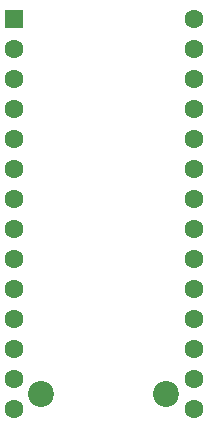
<source format=gbr>
%TF.GenerationSoftware,KiCad,Pcbnew,9.0.0*%
%TF.CreationDate,2025-11-02T14:13:05+01:00*%
%TF.ProjectId,QL_Minerva_MK2_SMD,514c5f4d-696e-4657-9276-615f4d4b325f,0.0*%
%TF.SameCoordinates,Original*%
%TF.FileFunction,Soldermask,Bot*%
%TF.FilePolarity,Negative*%
%FSLAX46Y46*%
G04 Gerber Fmt 4.6, Leading zero omitted, Abs format (unit mm)*
G04 Created by KiCad (PCBNEW 9.0.0) date 2025-11-02 14:13:05*
%MOMM*%
%LPD*%
G01*
G04 APERTURE LIST*
G04 Aperture macros list*
%AMRoundRect*
0 Rectangle with rounded corners*
0 $1 Rounding radius*
0 $2 $3 $4 $5 $6 $7 $8 $9 X,Y pos of 4 corners*
0 Add a 4 corners polygon primitive as box body*
4,1,4,$2,$3,$4,$5,$6,$7,$8,$9,$2,$3,0*
0 Add four circle primitives for the rounded corners*
1,1,$1+$1,$2,$3*
1,1,$1+$1,$4,$5*
1,1,$1+$1,$6,$7*
1,1,$1+$1,$8,$9*
0 Add four rect primitives between the rounded corners*
20,1,$1+$1,$2,$3,$4,$5,0*
20,1,$1+$1,$4,$5,$6,$7,0*
20,1,$1+$1,$6,$7,$8,$9,0*
20,1,$1+$1,$8,$9,$2,$3,0*%
G04 Aperture macros list end*
%ADD10RoundRect,0.250000X-0.550000X-0.550000X0.550000X-0.550000X0.550000X0.550000X-0.550000X0.550000X0*%
%ADD11C,1.600000*%
%ADD12C,2.200000*%
G04 APERTURE END LIST*
D10*
%TO.C,U1*%
X82610000Y-64835000D03*
D11*
X82610000Y-67375000D03*
X82610000Y-69915000D03*
X82610000Y-72455000D03*
X82610000Y-74995000D03*
X82610000Y-77535000D03*
X82610000Y-80075000D03*
X82610000Y-82615000D03*
X82610000Y-85155000D03*
X82610000Y-87695000D03*
X82610000Y-90235000D03*
X82610000Y-92775000D03*
X82610000Y-95315000D03*
X82610000Y-97855000D03*
X97850000Y-97855000D03*
X97850000Y-95315000D03*
X97850000Y-92775000D03*
X97850000Y-90235000D03*
X97850000Y-87695000D03*
X97850000Y-85155000D03*
X97850000Y-82615000D03*
X97850000Y-80075000D03*
X97850000Y-77535000D03*
X97850000Y-74995000D03*
X97850000Y-72455000D03*
X97850000Y-69915000D03*
X97850000Y-67375000D03*
X97850000Y-64835000D03*
%TD*%
D12*
%TO.C,J1*%
X84865000Y-96550000D03*
X95485000Y-96550000D03*
%TD*%
M02*

</source>
